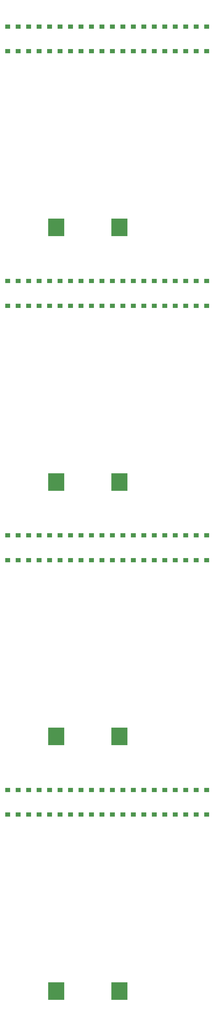
<source format=gbp>
G04 #@! TF.GenerationSoftware,KiCad,Pcbnew,8.0.5*
G04 #@! TF.CreationDate,2024-09-25T12:57:29+03:00*
G04 #@! TF.ProjectId,SH-RPi-panel,53482d52-5069-42d7-9061-6e656c2e6b69,v2.0.1*
G04 #@! TF.SameCoordinates,Original*
G04 #@! TF.FileFunction,Paste,Bot*
G04 #@! TF.FilePolarity,Positive*
%FSLAX46Y46*%
G04 Gerber Fmt 4.6, Leading zero omitted, Abs format (unit mm)*
G04 Created by KiCad (PCBNEW 8.0.5) date 2024-09-25 12:57:29*
%MOMM*%
%LPD*%
G01*
G04 APERTURE LIST*
%ADD10R,3.900000X4.200000*%
%ADD11R,1.200000X1.030000*%
G04 APERTURE END LIST*
D10*
G04 #@! TO.C,J801*
X42450000Y-56600000D03*
X27150000Y-56600000D03*
G04 #@! TD*
D11*
G04 #@! TO.C,J501*
X15370000Y-13985000D03*
X15370000Y-8015000D03*
X17910000Y-13985000D03*
X17910000Y-8015000D03*
X20450000Y-13985000D03*
X20450000Y-8015000D03*
X22990000Y-13985000D03*
X22990000Y-8015000D03*
X25530000Y-13985000D03*
X25530000Y-8015000D03*
X28070000Y-13985000D03*
X28070000Y-8015000D03*
X30610000Y-13985000D03*
X30610000Y-8015000D03*
X33150000Y-13985000D03*
X33150000Y-8015000D03*
X35690000Y-13985000D03*
X35690000Y-8015000D03*
X38230000Y-13985000D03*
X38230000Y-8015000D03*
X40770000Y-13985000D03*
X40770000Y-8015000D03*
X43310000Y-13985000D03*
X43310000Y-8015000D03*
X45850000Y-13985000D03*
X45850000Y-8015000D03*
X48390000Y-13985000D03*
X48390000Y-8015000D03*
X50930000Y-13985000D03*
X50930000Y-8015000D03*
X53470000Y-13985000D03*
X53470000Y-8015000D03*
X56010000Y-13985000D03*
X56010000Y-8015000D03*
X58550000Y-13985000D03*
X58550000Y-8015000D03*
X61090000Y-13985000D03*
X61090000Y-8015000D03*
X63630000Y-13985000D03*
X63630000Y-8015000D03*
G04 #@! TD*
D10*
G04 #@! TO.C,J801*
X42450000Y-118100000D03*
X27150000Y-118100000D03*
G04 #@! TD*
D11*
G04 #@! TO.C,J501*
X15370000Y-198485000D03*
X15370000Y-192515000D03*
X17910000Y-198485000D03*
X17910000Y-192515000D03*
X20450000Y-198485000D03*
X20450000Y-192515000D03*
X22990000Y-198485000D03*
X22990000Y-192515000D03*
X25530000Y-198485000D03*
X25530000Y-192515000D03*
X28070000Y-198485000D03*
X28070000Y-192515000D03*
X30610000Y-198485000D03*
X30610000Y-192515000D03*
X33150000Y-198485000D03*
X33150000Y-192515000D03*
X35690000Y-198485000D03*
X35690000Y-192515000D03*
X38230000Y-198485000D03*
X38230000Y-192515000D03*
X40770000Y-198485000D03*
X40770000Y-192515000D03*
X43310000Y-198485000D03*
X43310000Y-192515000D03*
X45850000Y-198485000D03*
X45850000Y-192515000D03*
X48390000Y-198485000D03*
X48390000Y-192515000D03*
X50930000Y-198485000D03*
X50930000Y-192515000D03*
X53470000Y-198485000D03*
X53470000Y-192515000D03*
X56010000Y-198485000D03*
X56010000Y-192515000D03*
X58550000Y-198485000D03*
X58550000Y-192515000D03*
X61090000Y-198485000D03*
X61090000Y-192515000D03*
X63630000Y-198485000D03*
X63630000Y-192515000D03*
G04 #@! TD*
D10*
G04 #@! TO.C,J801*
X42450000Y-241100000D03*
X27150000Y-241100000D03*
G04 #@! TD*
G04 #@! TO.C,J801*
X42450000Y-179600000D03*
X27150000Y-179600000D03*
G04 #@! TD*
D11*
G04 #@! TO.C,J501*
X15370000Y-136985000D03*
X15370000Y-131015000D03*
X17910000Y-136985000D03*
X17910000Y-131015000D03*
X20450000Y-136985000D03*
X20450000Y-131015000D03*
X22990000Y-136985000D03*
X22990000Y-131015000D03*
X25530000Y-136985000D03*
X25530000Y-131015000D03*
X28070000Y-136985000D03*
X28070000Y-131015000D03*
X30610000Y-136985000D03*
X30610000Y-131015000D03*
X33150000Y-136985000D03*
X33150000Y-131015000D03*
X35690000Y-136985000D03*
X35690000Y-131015000D03*
X38230000Y-136985000D03*
X38230000Y-131015000D03*
X40770000Y-136985000D03*
X40770000Y-131015000D03*
X43310000Y-136985000D03*
X43310000Y-131015000D03*
X45850000Y-136985000D03*
X45850000Y-131015000D03*
X48390000Y-136985000D03*
X48390000Y-131015000D03*
X50930000Y-136985000D03*
X50930000Y-131015000D03*
X53470000Y-136985000D03*
X53470000Y-131015000D03*
X56010000Y-136985000D03*
X56010000Y-131015000D03*
X58550000Y-136985000D03*
X58550000Y-131015000D03*
X61090000Y-136985000D03*
X61090000Y-131015000D03*
X63630000Y-136985000D03*
X63630000Y-131015000D03*
G04 #@! TD*
G04 #@! TO.C,J501*
X15370000Y-75485000D03*
X15370000Y-69515000D03*
X17910000Y-75485000D03*
X17910000Y-69515000D03*
X20450000Y-75485000D03*
X20450000Y-69515000D03*
X22990000Y-75485000D03*
X22990000Y-69515000D03*
X25530000Y-75485000D03*
X25530000Y-69515000D03*
X28070000Y-75485000D03*
X28070000Y-69515000D03*
X30610000Y-75485000D03*
X30610000Y-69515000D03*
X33150000Y-75485000D03*
X33150000Y-69515000D03*
X35690000Y-75485000D03*
X35690000Y-69515000D03*
X38230000Y-75485000D03*
X38230000Y-69515000D03*
X40770000Y-75485000D03*
X40770000Y-69515000D03*
X43310000Y-75485000D03*
X43310000Y-69515000D03*
X45850000Y-75485000D03*
X45850000Y-69515000D03*
X48390000Y-75485000D03*
X48390000Y-69515000D03*
X50930000Y-75485000D03*
X50930000Y-69515000D03*
X53470000Y-75485000D03*
X53470000Y-69515000D03*
X56010000Y-75485000D03*
X56010000Y-69515000D03*
X58550000Y-75485000D03*
X58550000Y-69515000D03*
X61090000Y-75485000D03*
X61090000Y-69515000D03*
X63630000Y-75485000D03*
X63630000Y-69515000D03*
G04 #@! TD*
M02*

</source>
